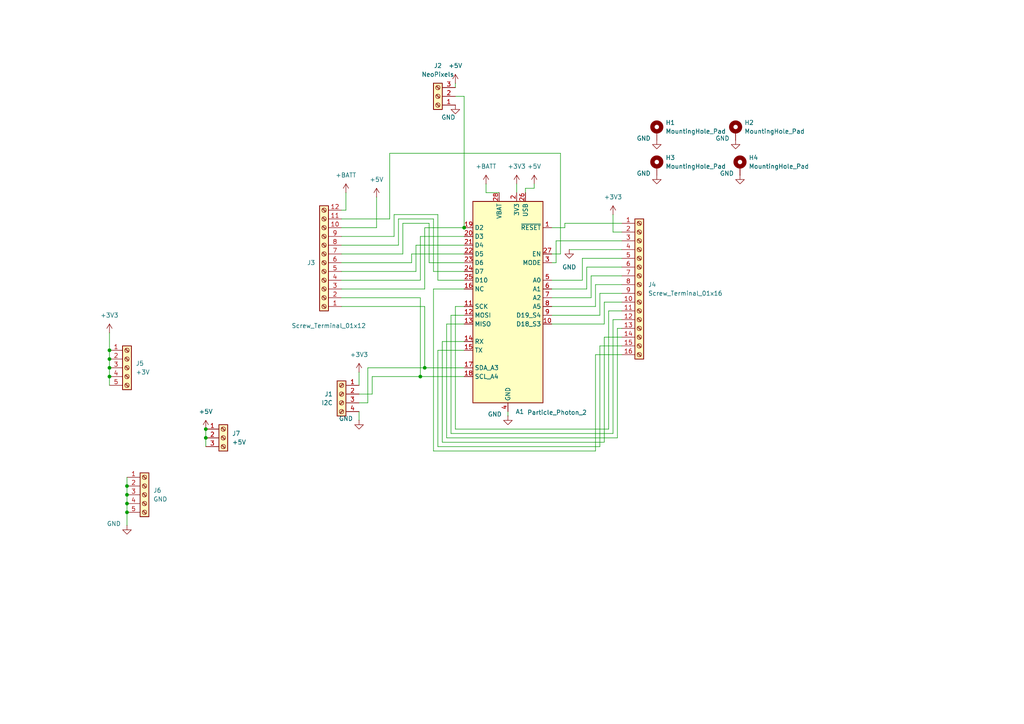
<source format=kicad_sch>
(kicad_sch (version 20231120) (generator "eeschema") (generator_version "8.0")
  (paper "A4")
  (lib_symbols
    (symbol "Connector:Screw_Terminal_01x03" (pin_names (offset 1.016) hide)
      (property "Reference" "J" (at 0 5.08 0))
      (property "Value" "Screw_Terminal_01x03" (at 0 -5.08 0))
      (symbol "Screw_Terminal_01x03_1_1"
        (rectangle (start -1.27 3.81) (end 1.27 -3.81) (stroke (width 0.254)) (fill (type background)))
        (circle (center 0 -2.54) (radius 0.635) (stroke (width 0.1524)))
        (polyline (pts (xy -0.5334 -2.2098) (xy 0.3302 -3.048)) (stroke (width 0.1524)))
        (polyline (pts (xy -0.5334 0.3302) (xy 0.3302 -0.508)) (stroke (width 0.1524)))
        (polyline (pts (xy -0.5334 2.8702) (xy 0.3302 2.032)) (stroke (width 0.1524)))
        (polyline (pts (xy -0.3556 -2.032) (xy 0.508 -2.8702)) (stroke (width 0.1524)))
        (polyline (pts (xy -0.3556 0.508) (xy 0.508 -0.3302)) (stroke (width 0.1524)))
        (polyline (pts (xy -0.3556 3.048) (xy 0.508 2.2098)) (stroke (width 0.1524)))
        (circle (center 0 0) (radius 0.635) (stroke (width 0.1524)))
        (circle (center 0 2.54) (radius 0.635) (stroke (width 0.1524)))
        (pin passive line (at -5.08 2.54 0) (length 3.81) (name "Pin_1") (number "1"))
        (pin passive line (at -5.08 0 0) (length 3.81) (name "Pin_2") (number "2"))
        (pin passive line (at -5.08 -2.54 0) (length 3.81) (name "Pin_3") (number "3"))
      )
    )
    (symbol "Connector:Screw_Terminal_01x04" (pin_names (offset 1.016) hide)
      (property "Reference" "J" (at 0 5.08 0))
      (property "Value" "Screw_Terminal_01x04" (at 0 -7.62 0))
      (symbol "Screw_Terminal_01x04_1_1"
        (rectangle (start -1.27 3.81) (end 1.27 -6.35) (stroke (width 0.254)) (fill (type background)))
        (circle (center 0 -5.08) (radius 0.635) (stroke (width 0.1524)))
        (circle (center 0 -2.54) (radius 0.635) (stroke (width 0.1524)))
        (polyline (pts (xy -0.5334 -4.7498) (xy 0.3302 -5.588)) (stroke (width 0.1524)))
        (polyline (pts (xy -0.5334 -2.2098) (xy 0.3302 -3.048)) (stroke (width 0.1524)))
        (polyline (pts (xy -0.5334 0.3302) (xy 0.3302 -0.508)) (stroke (width 0.1524)))
        (polyline (pts (xy -0.5334 2.8702) (xy 0.3302 2.032)) (stroke (width 0.1524)))
        (polyline (pts (xy -0.3556 -4.572) (xy 0.508 -5.4102)) (stroke (width 0.1524)))
        (polyline (pts (xy -0.3556 -2.032) (xy 0.508 -2.8702)) (stroke (width 0.1524)))
        (polyline (pts (xy -0.3556 0.508) (xy 0.508 -0.3302)) (stroke (width 0.1524)))
        (polyline (pts (xy -0.3556 3.048) (xy 0.508 2.2098)) (stroke (width 0.1524)))
        (circle (center 0 0) (radius 0.635) (stroke (width 0.1524)))
        (circle (center 0 2.54) (radius 0.635) (stroke (width 0.1524)))
        (pin passive line (at -5.08 2.54 0) (length 3.81) (name "Pin_1") (number "1"))
        (pin passive line (at -5.08 0 0) (length 3.81) (name "Pin_2") (number "2"))
        (pin passive line (at -5.08 -2.54 0) (length 3.81) (name "Pin_3") (number "3"))
        (pin passive line (at -5.08 -5.08 0) (length 3.81) (name "Pin_4") (number "4"))
      )
    )
    (symbol "Connector:Screw_Terminal_01x05" (pin_names (offset 1.016) hide)
      (property "Reference" "J" (at 0 7.62 0))
      (property "Value" "Screw_Terminal_01x05" (at 0 -7.62 0))
      (symbol "Screw_Terminal_01x05_1_1"
        (rectangle (start -1.27 6.35) (end 1.27 -6.35) (stroke (width 0.254)) (fill (type background)))
        (circle (center 0 -5.08) (radius 0.635) (stroke (width 0.1524)))
        (circle (center 0 -2.54) (radius 0.635) (stroke (width 0.1524)))
        (polyline (pts (xy -0.5334 -4.7498) (xy 0.3302 -5.588)) (stroke (width 0.1524)))
        (polyline (pts (xy -0.5334 -2.2098) (xy 0.3302 -3.048)) (stroke (width 0.1524)))
        (polyline (pts (xy -0.5334 0.3302) (xy 0.3302 -0.508)) (stroke (width 0.1524)))
        (polyline (pts (xy -0.5334 2.8702) (xy 0.3302 2.032)) (stroke (width 0.1524)))
        (polyline (pts (xy -0.5334 5.4102) (xy 0.3302 4.572)) (stroke (width 0.1524)))
        (polyline (pts (xy -0.3556 -4.572) (xy 0.508 -5.4102)) (stroke (width 0.1524)))
        (polyline (pts (xy -0.3556 -2.032) (xy 0.508 -2.8702)) (stroke (width 0.1524)))
        (polyline (pts (xy -0.3556 0.508) (xy 0.508 -0.3302)) (stroke (width 0.1524)))
        (polyline (pts (xy -0.3556 3.048) (xy 0.508 2.2098)) (stroke (width 0.1524)))
        (polyline (pts (xy -0.3556 5.588) (xy 0.508 4.7498)) (stroke (width 0.1524)))
        (circle (center 0 0) (radius 0.635) (stroke (width 0.1524)))
        (circle (center 0 2.54) (radius 0.635) (stroke (width 0.1524)))
        (circle (center 0 5.08) (radius 0.635) (stroke (width 0.1524)))
        (pin passive line (at -5.08 5.08 0) (length 3.81) (name "Pin_1") (number "1"))
        (pin passive line (at -5.08 2.54 0) (length 3.81) (name "Pin_2") (number "2"))
        (pin passive line (at -5.08 0 0) (length 3.81) (name "Pin_3") (number "3"))
        (pin passive line (at -5.08 -2.54 0) (length 3.81) (name "Pin_4") (number "4"))
        (pin passive line (at -5.08 -5.08 0) (length 3.81) (name "Pin_5") (number "5"))
      )
    )
    (symbol "Connector:Screw_Terminal_01x12" (pin_names (offset 1.016) hide)
      (property "Reference" "J" (at 0 15.24 0))
      (property "Value" "Screw_Terminal_01x12" (at 0 -17.78 0))
      (symbol "Screw_Terminal_01x12_1_1"
        (rectangle (start -1.27 13.97) (end 1.27 -16.51) (stroke (width 0.254)) (fill (type background)))
        (circle (center 0 -15.24) (radius 0.635) (stroke (width 0.1524)))
        (circle (center 0 -12.7) (radius 0.635) (stroke (width 0.1524)))
        (circle (center 0 -10.16) (radius 0.635) (stroke (width 0.1524)))
        (circle (center 0 -7.62) (radius 0.635) (stroke (width 0.1524)))
        (circle (center 0 -5.08) (radius 0.635) (stroke (width 0.1524)))
        (circle (center 0 -2.54) (radius 0.635) (stroke (width 0.1524)))
        (polyline (pts (xy -0.5334 -14.9098) (xy 0.3302 -15.748)) (stroke (width 0.1524)))
        (polyline (pts (xy -0.5334 -12.3698) (xy 0.3302 -13.208)) (stroke (width 0.1524)))
        (polyline (pts (xy -0.5334 -9.8298) (xy 0.3302 -10.668)) (stroke (width 0.1524)))
        (polyline (pts (xy -0.5334 -7.2898) (xy 0.3302 -8.128)) (stroke (width 0.1524)))
        (polyline (pts (xy -0.5334 -4.7498) (xy 0.3302 -5.588)) (stroke (width 0.1524)))
        (polyline (pts (xy -0.5334 -2.2098) (xy 0.3302 -3.048)) (stroke (width 0.1524)))
        (polyline (pts (xy -0.5334 0.3302) (xy 0.3302 -0.508)) (stroke (width 0.1524)))
        (polyline (pts (xy -0.5334 2.8702) (xy 0.3302 2.032)) (stroke (width 0.1524)))
        (polyline (pts (xy -0.5334 5.4102) (xy 0.3302 4.572)) (stroke (width 0.1524)))
        (polyline (pts (xy -0.5334 7.9502) (xy 0.3302 7.112)) (stroke (width 0.1524)))
        (polyline (pts (xy -0.5334 10.4902) (xy 0.3302 9.652)) (stroke (width 0.1524)))
        (polyline (pts (xy -0.5334 13.0302) (xy 0.3302 12.192)) (stroke (width 0.1524)))
        (polyline (pts (xy -0.3556 -14.732) (xy 0.508 -15.5702)) (stroke (width 0.1524)))
        (polyline (pts (xy -0.3556 -12.192) (xy 0.508 -13.0302)) (stroke (width 0.1524)))
        (polyline (pts (xy -0.3556 -9.652) (xy 0.508 -10.4902)) (stroke (width 0.1524)))
        (polyline (pts (xy -0.3556 -7.112) (xy 0.508 -7.9502)) (stroke (width 0.1524)))
        (polyline (pts (xy -0.3556 -4.572) (xy 0.508 -5.4102)) (stroke (width 0.1524)))
        (polyline (pts (xy -0.3556 -2.032) (xy 0.508 -2.8702)) (stroke (width 0.1524)))
        (polyline (pts (xy -0.3556 0.508) (xy 0.508 -0.3302)) (stroke (width 0.1524)))
        (polyline (pts (xy -0.3556 3.048) (xy 0.508 2.2098)) (stroke (width 0.1524)))
        (polyline (pts (xy -0.3556 5.588) (xy 0.508 4.7498)) (stroke (width 0.1524)))
        (polyline (pts (xy -0.3556 8.128) (xy 0.508 7.2898)) (stroke (width 0.1524)))
        (polyline (pts (xy -0.3556 10.668) (xy 0.508 9.8298)) (stroke (width 0.1524)))
        (polyline (pts (xy -0.3556 13.208) (xy 0.508 12.3698)) (stroke (width 0.1524)))
        (circle (center 0 0) (radius 0.635) (stroke (width 0.1524)))
        (circle (center 0 2.54) (radius 0.635) (stroke (width 0.1524)))
        (circle (center 0 5.08) (radius 0.635) (stroke (width 0.1524)))
        (circle (center 0 7.62) (radius 0.635) (stroke (width 0.1524)))
        (circle (center 0 10.16) (radius 0.635) (stroke (width 0.1524)))
        (circle (center 0 12.7) (radius 0.635) (stroke (width 0.1524)))
        (pin passive line (at -5.08 12.7 0) (length 3.81) (name "Pin_1") (number "1"))
        (pin passive line (at -5.08 -10.16 0) (length 3.81) (name "Pin_10") (number "10"))
        (pin passive line (at -5.08 -12.7 0) (length 3.81) (name "Pin_11") (number "11"))
        (pin passive line (at -5.08 -15.24 0) (length 3.81) (name "Pin_12") (number "12"))
        (pin passive line (at -5.08 10.16 0) (length 3.81) (name "Pin_2") (number "2"))
        (pin passive line (at -5.08 7.62 0) (length 3.81) (name "Pin_3") (number "3"))
        (pin passive line (at -5.08 5.08 0) (length 3.81) (name "Pin_4") (number "4"))
        (pin passive line (at -5.08 2.54 0) (length 3.81) (name "Pin_5") (number "5"))
        (pin passive line (at -5.08 0 0) (length 3.81) (name "Pin_6") (number "6"))
        (pin passive line (at -5.08 -2.54 0) (length 3.81) (name "Pin_7") (number "7"))
        (pin passive line (at -5.08 -5.08 0) (length 3.81) (name "Pin_8") (number "8"))
        (pin passive line (at -5.08 -7.62 0) (length 3.81) (name "Pin_9") (number "9"))
      )
    )
    (symbol "Connector:Screw_Terminal_01x16" (pin_names (offset 1.016) hide)
      (property "Reference" "J" (at 0 20.32 0))
      (property "Value" "Screw_Terminal_01x16" (at 0 -22.86 0))
      (symbol "Screw_Terminal_01x16_1_1"
        (rectangle (start -1.27 19.05) (end 1.27 -21.59) (stroke (width 0.254)) (fill (type background)))
        (circle (center 0 -20.32) (radius 0.635) (stroke (width 0.1524)))
        (circle (center 0 -17.78) (radius 0.635) (stroke (width 0.1524)))
        (circle (center 0 -15.24) (radius 0.635) (stroke (width 0.1524)))
        (circle (center 0 -12.7) (radius 0.635) (stroke (width 0.1524)))
        (circle (center 0 -10.16) (radius 0.635) (stroke (width 0.1524)))
        (circle (center 0 -7.62) (radius 0.635) (stroke (width 0.1524)))
        (circle (center 0 -5.08) (radius 0.635) (stroke (width 0.1524)))
        (circle (center 0 -2.54) (radius 0.635) (stroke (width 0.1524)))
        (polyline (pts (xy -0.5334 -19.9898) (xy 0.3302 -20.828)) (stroke (width 0.1524)))
        (polyline (pts (xy -0.5334 -17.4498) (xy 0.3302 -18.288)) (stroke (width 0.1524)))
        (polyline (pts (xy -0.5334 -14.9098) (xy 0.3302 -15.748)) (stroke (width 0.1524)))
        (polyline (pts (xy -0.5334 -12.3698) (xy 0.3302 -13.208)) (stroke (width 0.1524)))
        (polyline (pts (xy -0.5334 -9.8298) (xy 0.3302 -10.668)) (stroke (width 0.1524)))
        (polyline (pts (xy -0.5334 -7.2898) (xy 0.3302 -8.128)) (stroke (width 0.1524)))
        (polyline (pts (xy -0.5334 -4.7498) (xy 0.3302 -5.588)) (stroke (width 0.1524)))
        (polyline (pts (xy -0.5334 -2.2098) (xy 0.3302 -3.048)) (stroke (width 0.1524)))
        (polyline (pts (xy -0.5334 0.3302) (xy 0.3302 -0.508)) (stroke (width 0.1524)))
        (polyline (pts (xy -0.5334 2.8702) (xy 0.3302 2.032)) (stroke (width 0.1524)))
        (polyline (pts (xy -0.5334 5.4102) (xy 0.3302 4.572)) (stroke (width 0.1524)))
        (polyline (pts (xy -0.5334 7.9502) (xy 0.3302 7.112)) (stroke (width 0.1524)))
        (polyline (pts (xy -0.5334 10.4902) (xy 0.3302 9.652)) (stroke (width 0.1524)))
        (polyline (pts (xy -0.5334 13.0302) (xy 0.3302 12.192)) (stroke (width 0.1524)))
        (polyline (pts (xy -0.5334 15.5702) (xy 0.3302 14.732)) (stroke (width 0.1524)))
        (polyline (pts (xy -0.5334 18.1102) (xy 0.3302 17.272)) (stroke (width 0.1524)))
        (polyline (pts (xy -0.3556 -19.812) (xy 0.508 -20.6502)) (stroke (width 0.1524)))
        (polyline (pts (xy -0.3556 -17.272) (xy 0.508 -18.1102)) (stroke (width 0.1524)))
        (polyline (pts (xy -0.3556 -14.732) (xy 0.508 -15.5702)) (stroke (width 0.1524)))
        (polyline (pts (xy -0.3556 -12.192) (xy 0.508 -13.0302)) (stroke (width 0.1524)))
        (polyline (pts (xy -0.3556 -9.652) (xy 0.508 -10.4902)) (stroke (width 0.1524)))
        (polyline (pts (xy -0.3556 -7.112) (xy 0.508 -7.9502)) (stroke (width 0.1524)))
        (polyline (pts (xy -0.3556 -4.572) (xy 0.508 -5.4102)) (stroke (width 0.1524)))
        (polyline (pts (xy -0.3556 -2.032) (xy 0.508 -2.8702)) (stroke (width 0.1524)))
        (polyline (pts (xy -0.3556 0.508) (xy 0.508 -0.3302)) (stroke (width 0.1524)))
        (polyline (pts (xy -0.3556 3.048) (xy 0.508 2.2098)) (stroke (width 0.1524)))
        (polyline (pts (xy -0.3556 5.588) (xy 0.508 4.7498)) (stroke (width 0.1524)))
        (polyline (pts (xy -0.3556 8.128) (xy 0.508 7.2898)) (stroke (width 0.1524)))
        (polyline (pts (xy -0.3556 10.668) (xy 0.508 9.8298)) (stroke (width 0.1524)))
        (polyline (pts (xy -0.3556 13.208) (xy 0.508 12.3698)) (stroke (width 0.1524)))
        (polyline (pts (xy -0.3556 15.748) (xy 0.508 14.9098)) (stroke (width 0.1524)))
        (polyline (pts (xy -0.3556 18.288) (xy 0.508 17.4498)) (stroke (width 0.1524)))
        (circle (center 0 0) (radius 0.635) (stroke (width 0.1524)))
        (circle (center 0 2.54) (radius 0.635) (stroke (width 0.1524)))
        (circle (center 0 5.08) (radius 0.635) (stroke (width 0.1524)))
        (circle (center 0 7.62) (radius 0.635) (stroke (width 0.1524)))
        (circle (center 0 10.16) (radius 0.635) (stroke (width 0.1524)))
        (circle (center 0 12.7) (radius 0.635) (stroke (width 0.1524)))
        (circle (center 0 15.24) (radius 0.635) (stroke (width 0.1524)))
        (circle (center 0 17.78) (radius 0.635) (stroke (width 0.1524)))
        (pin passive line (at -5.08 17.78 0) (length 3.81) (name "Pin_1") (number "1"))
        (pin passive line (at -5.08 -5.08 0) (length 3.81) (name "Pin_10") (number "10"))
        (pin passive line (at -5.08 -7.62 0) (length 3.81) (name "Pin_11") (number "11"))
        (pin passive line (at -5.08 -10.16 0) (length 3.81) (name "Pin_12") (number "12"))
        (pin passive line (at -5.08 -12.7 0) (length 3.81) (name "Pin_13") (number "13"))
        (pin passive line (at -5.08 -15.24 0) (length 3.81) (name "Pin_14") (number "14"))
        (pin passive line (at -5.08 -17.78 0) (length 3.81) (name "Pin_15") (number "15"))
        (pin passive line (at -5.08 -20.32 0) (length 3.81) (name "Pin_16") (number "16"))
        (pin passive line (at -5.08 15.24 0) (length 3.81) (name "Pin_2") (number "2"))
        (pin passive line (at -5.08 12.7 0) (length 3.81) (name "Pin_3") (number "3"))
        (pin passive line (at -5.08 10.16 0) (length 3.81) (name "Pin_4") (number "4"))
        (pin passive line (at -5.08 7.62 0) (length 3.81) (name "Pin_5") (number "5"))
        (pin passive line (at -5.08 5.08 0) (length 3.81) (name "Pin_6") (number "6"))
        (pin passive line (at -5.08 2.54 0) (length 3.81) (name "Pin_7") (number "7"))
        (pin passive line (at -5.08 0 0) (length 3.81) (name "Pin_8") (number "8"))
        (pin passive line (at -5.08 -2.54 0) (length 3.81) (name "Pin_9") (number "9"))
      )
    )
    (symbol "Mechanical:MountingHole_Pad" (pin_numbers hide) (pin_names (offset 1.016) hide) (exclude_from_sim yes) (in_bom no)
      (property "Reference" "H" (at 0 6.35 0))
      (property "Value" "MountingHole_Pad" (at 0 4.445 0))
      (symbol "MountingHole_Pad_0_1"
        (circle (center 0 1.27) (radius 1.27) (stroke (width 1.27)))
      )
      (symbol "MountingHole_Pad_1_1"
        (pin input line (at 0 -2.54 90) (length 2.54) (name "1") (number "1"))
      )
    )
    (symbol "ParticlePhoton2:Photon_2"
      (property "Reference" "A" (at -10.16 29.21 0))
      (property "Value" "Particle_Photon_2" (at 2.54 -31.75 0))
      (symbol "Photon_2_0_1"
        (rectangle (start -10.16 27.94) (end 10.16 -30.48) (stroke (width 0.254)) (fill (type background)))
      )
      (symbol "Photon_2_1_1"
        (pin input line (at 12.7 20.32 180) (length 2.54) (name "~{RESET}") (number "1"))
        (pin bidirectional line (at 12.7 -7.62 180) (length 2.54) (name "D18_S3") (number "10"))
        (pin bidirectional line (at -12.7 -2.54 0) (length 2.54) (name "SCK") (number "11"))
        (pin bidirectional line (at -12.7 -5.08 0) (length 2.54) (name "MOSI") (number "12"))
        (pin bidirectional line (at -12.7 -7.62 0) (length 2.54) (name "MISO") (number "13"))
        (pin bidirectional line (at -12.7 -12.7 0) (length 2.54) (name "RX") (number "14"))
        (pin bidirectional line (at -12.7 -15.24 0) (length 2.54) (name "TX") (number "15"))
        (pin bidirectional line (at -12.7 2.54 0) (length 2.54) (name "NC") (number "16"))
        (pin bidirectional line (at -12.7 -20.32 0) (length 2.54) (name "SDA_A3") (number "17"))
        (pin bidirectional line (at -12.7 -22.86 0) (length 2.54) (name "SCL_A4") (number "18"))
        (pin bidirectional line (at -12.7 20.32 0) (length 2.54) (name "D2") (number "19"))
        (pin power_in line (at 2.54 30.48 270) (length 2.54) (name "3V3") (number "2"))
        (pin bidirectional line (at -12.7 17.78 0) (length 2.54) (name "D3") (number "20"))
        (pin bidirectional line (at -12.7 15.24 0) (length 2.54) (name "D4") (number "21"))
        (pin bidirectional line (at -12.7 12.7 0) (length 2.54) (name "D5") (number "22"))
        (pin bidirectional line (at -12.7 10.16 0) (length 2.54) (name "D6") (number "23"))
        (pin bidirectional line (at -12.7 7.62 0) (length 2.54) (name "D7") (number "24"))
        (pin bidirectional line (at -12.7 5.08 0) (length 2.54) (name "D10") (number "25"))
        (pin power_in line (at 5.08 30.48 270) (length 2.54) (name "USB") (number "26"))
        (pin input line (at 12.7 12.7 180) (length 2.54) (name "EN") (number "27"))
        (pin power_in line (at -2.54 30.48 270) (length 2.54) (name "VBAT") (number "28"))
        (pin input line (at 12.7 10.16 180) (length 2.54) (name "MODE") (number "3"))
        (pin power_in line (at 0 -33.02 90) (length 2.54) (name "GND") (number "4"))
        (pin bidirectional line (at 12.7 5.08 180) (length 2.54) (name "A0") (number "5"))
        (pin bidirectional line (at 12.7 2.54 180) (length 2.54) (name "A1") (number "6"))
        (pin bidirectional line (at 12.7 0 180) (length 2.54) (name "A2") (number "7"))
        (pin bidirectional line (at 12.7 -2.54 180) (length 2.54) (name "A5") (number "8"))
        (pin bidirectional line (at 12.7 -5.08 180) (length 2.54) (name "D19_S4") (number "9"))
      )
    )
    (symbol "power:+3V3" (power) (pin_numbers hide) (pin_names (offset 0) hide)
      (property "Value" "+3V3" (at 0 3.556 0))
      (symbol "+3V3_0_1"
        (polyline (pts (xy -0.762 1.27) (xy 0 2.54)))
        (polyline (pts (xy 0 0) (xy 0 2.54)))
        (polyline (pts (xy 0 2.54) (xy 0.762 1.27)))
      )
      (symbol "+3V3_1_1"
        (pin power_in line (at 0 0 90) (length 0) (name "~") (number "1"))
      )
    )
    (symbol "power:+5V" (power) (pin_numbers hide) (pin_names (offset 0) hide)
      (property "Value" "+5V" (at 0 3.556 0))
      (symbol "+5V_0_1"
        (polyline (pts (xy -0.762 1.27) (xy 0 2.54)))
        (polyline (pts (xy 0 0) (xy 0 2.54)))
        (polyline (pts (xy 0 2.54) (xy 0.762 1.27)))
      )
      (symbol "+5V_1_1"
        (pin power_in line (at 0 0 90) (length 0) (name "~") (number "1"))
      )
    )
    (symbol "power:+BATT" (power) (pin_numbers hide) (pin_names (offset 0) hide)
      (property "Value" "+BATT" (at 0 3.556 0))
      (symbol "+BATT_0_1"
        (polyline (pts (xy -0.762 1.27) (xy 0 2.54)))
        (polyline (pts (xy 0 0) (xy 0 2.54)))
        (polyline (pts (xy 0 2.54) (xy 0.762 1.27)))
      )
      (symbol "+BATT_1_1"
        (pin power_in line (at 0 0 90) (length 0) (name "~") (number "1"))
      )
    )
    (symbol "power:GND" (power) (pin_numbers hide) (pin_names (offset 0) hide)
      (property "Value" "GND" (at 0 -3.81 0))
      (symbol "GND_0_1"
        (polyline (pts (xy 0 0) (xy 0 -1.27) (xy 1.27 -1.27) (xy 0 -2.54) (xy -1.27 -1.27) (xy 0 -1.27)))
      )
      (symbol "GND_1_1"
        (pin power_in line (at 0 0 270) (length 0) (name "~") (number "1"))
      )
    )
  )
  (junction (at 36.83 148.59))
  (junction (at 31.75 104.14))
  (junction (at 134.62 66.04))
  (junction (at 121.92 109.22))
  (junction (at 31.75 109.22))
  (junction (at 59.69 124.46))
  (junction (at 59.69 127))
  (junction (at 31.75 101.6))
  (junction (at 31.75 106.68))
  (junction (at 36.83 146.05))
  (junction (at 123.19 106.68))
  (junction (at 36.83 140.97))
  (junction (at 36.83 143.51))
  (wire (pts (xy 173.99 91.44) (xy 173.99 85.09)))
  (wire (pts (xy 179.07 95.25) (xy 180.34 95.25)))
  (wire (pts (xy 177.8 67.31) (xy 177.8 62.23)))
  (wire (pts (xy 113.03 63.5) (xy 99.06 63.5)))
  (wire (pts (xy 123.19 66.04) (xy 123.19 83.82)))
  (wire (pts (xy 171.45 80.01) (xy 180.34 80.01)))
  (wire (pts (xy 134.62 101.6) (xy 127 101.6)))
  (wire (pts (xy 115.57 63.5) (xy 115.57 71.12)))
  (wire (pts (xy 129.54 127) (xy 179.07 127)))
  (wire (pts (xy 107.95 114.3) (xy 104.14 114.3)))
  (wire (pts (xy 173.99 100.33) (xy 180.34 100.33)))
  (wire (pts (xy 59.69 127) (xy 59.69 129.54)))
  (wire (pts (xy 134.62 91.44) (xy 130.81 91.44)))
  (wire (pts (xy 114.3 68.58) (xy 99.06 68.58)))
  (wire (pts (xy 119.38 76.2) (xy 99.06 76.2)))
  (wire (pts (xy 130.81 91.44) (xy 130.81 125.73)))
  (wire (pts (xy 134.62 93.98) (xy 129.54 93.98)))
  (wire (pts (xy 134.62 81.28) (xy 127 81.28)))
  (wire (pts (xy 121.92 86.36) (xy 99.06 86.36)))
  (wire (pts (xy 177.8 92.71) (xy 180.34 92.71)))
  (wire (pts (xy 31.75 106.68) (xy 31.75 109.22)))
  (wire (pts (xy 100.33 60.96) (xy 100.33 55.88)))
  (wire (pts (xy 172.72 88.9) (xy 172.72 82.55)))
  (wire (pts (xy 99.06 71.12) (xy 115.57 71.12)))
  (wire (pts (xy 175.26 128.27) (xy 175.26 97.79)))
  (wire (pts (xy 160.02 91.44) (xy 173.99 91.44)))
  (wire (pts (xy 36.83 148.59) (xy 36.83 152.4)))
  (wire (pts (xy 99.06 81.28) (xy 121.92 81.28)))
  (wire (pts (xy 172.72 130.81) (xy 172.72 102.87)))
  (wire (pts (xy 172.72 102.87) (xy 180.34 102.87)))
  (wire (pts (xy 128.27 128.27) (xy 175.26 128.27)))
  (wire (pts (xy 170.18 77.47) (xy 180.34 77.47)))
  (wire (pts (xy 31.75 104.14) (xy 31.75 106.68)))
  (wire (pts (xy 170.18 83.82) (xy 170.18 77.47)))
  (wire (pts (xy 162.56 73.66) (xy 160.02 73.66)))
  (wire (pts (xy 124.46 76.2) (xy 124.46 64.77)))
  (wire (pts (xy 107.95 109.22) (xy 107.95 114.3)))
  (wire (pts (xy 134.62 109.22) (xy 121.92 109.22)))
  (wire (pts (xy 160.02 88.9) (xy 172.72 88.9)))
  (wire (pts (xy 134.62 106.68) (xy 123.19 106.68)))
  (wire (pts (xy 132.08 88.9) (xy 132.08 124.46)))
  (wire (pts (xy 59.69 124.46) (xy 59.69 127)))
  (wire (pts (xy 113.03 44.45) (xy 162.56 44.45)))
  (wire (pts (xy 134.62 78.74) (xy 125.73 78.74)))
  (wire (pts (xy 168.91 74.93) (xy 180.34 74.93)))
  (wire (pts (xy 109.22 66.04) (xy 109.22 57.15)))
  (wire (pts (xy 160.02 83.82) (xy 170.18 83.82)))
  (wire (pts (xy 147.32 119.38) (xy 147.32 120.65)))
  (wire (pts (xy 132.08 25.4) (xy 132.08 24.13)))
  (wire (pts (xy 144.78 55.88) (xy 140.97 55.88)))
  (wire (pts (xy 134.62 66.04) (xy 123.19 66.04)))
  (wire (pts (xy 123.19 83.82) (xy 99.06 83.82)))
  (wire (pts (xy 99.06 66.04) (xy 109.22 66.04)))
  (wire (pts (xy 106.68 116.84) (xy 104.14 116.84)))
  (wire (pts (xy 104.14 119.38) (xy 104.14 121.92)))
  (wire (pts (xy 180.34 67.31) (xy 177.8 67.31)))
  (wire (pts (xy 134.62 73.66) (xy 119.38 73.66)))
  (wire (pts (xy 134.62 76.2) (xy 124.46 76.2)))
  (wire (pts (xy 120.65 71.12) (xy 120.65 78.74)))
  (wire (pts (xy 134.62 27.94) (xy 134.62 66.04)))
  (wire (pts (xy 163.83 64.77) (xy 180.34 64.77)))
  (wire (pts (xy 163.83 66.04) (xy 163.83 64.77)))
  (wire (pts (xy 107.95 109.22) (xy 121.92 109.22)))
  (wire (pts (xy 162.56 44.45) (xy 162.56 73.66)))
  (wire (pts (xy 31.75 109.22) (xy 31.75 111.76)))
  (wire (pts (xy 106.68 106.68) (xy 123.19 106.68)))
  (wire (pts (xy 160.02 86.36) (xy 171.45 86.36)))
  (wire (pts (xy 132.08 124.46) (xy 176.53 124.46)))
  (wire (pts (xy 165.1 72.39) (xy 180.34 72.39)))
  (wire (pts (xy 125.73 130.81) (xy 172.72 130.81)))
  (wire (pts (xy 175.26 97.79) (xy 180.34 97.79)))
  (wire (pts (xy 168.91 81.28) (xy 168.91 74.93)))
  (wire (pts (xy 171.45 86.36) (xy 171.45 80.01)))
  (wire (pts (xy 134.62 83.82) (xy 125.73 83.82)))
  (wire (pts (xy 129.54 93.98) (xy 129.54 127)))
  (wire (pts (xy 134.62 99.06) (xy 128.27 99.06)))
  (wire (pts (xy 127 62.23) (xy 114.3 62.23)))
  (wire (pts (xy 173.99 129.54) (xy 173.99 100.33)))
  (wire (pts (xy 116.84 73.66) (xy 99.06 73.66)))
  (wire (pts (xy 173.99 85.09) (xy 180.34 85.09)))
  (wire (pts (xy 123.19 106.68) (xy 123.19 88.9)))
  (wire (pts (xy 124.46 64.77) (xy 116.84 64.77)))
  (wire (pts (xy 161.29 76.2) (xy 161.29 69.85)))
  (wire (pts (xy 172.72 82.55) (xy 180.34 82.55)))
  (wire (pts (xy 134.62 88.9) (xy 132.08 88.9)))
  (wire (pts (xy 149.86 53.34) (xy 149.86 55.88)))
  (wire (pts (xy 177.8 125.73) (xy 177.8 92.71)))
  (wire (pts (xy 119.38 73.66) (xy 119.38 76.2)))
  (wire (pts (xy 160.02 76.2) (xy 161.29 76.2)))
  (wire (pts (xy 36.83 143.51) (xy 36.83 146.05)))
  (wire (pts (xy 113.03 44.45) (xy 113.03 63.5)))
  (wire (pts (xy 127 129.54) (xy 173.99 129.54)))
  (wire (pts (xy 116.84 64.77) (xy 116.84 73.66)))
  (wire (pts (xy 125.73 78.74) (xy 125.73 63.5)))
  (wire (pts (xy 114.3 62.23) (xy 114.3 68.58)))
  (wire (pts (xy 160.02 81.28) (xy 168.91 81.28)))
  (wire (pts (xy 154.94 53.34) (xy 154.94 54.61)))
  (wire (pts (xy 175.26 87.63) (xy 180.34 87.63)))
  (wire (pts (xy 125.73 83.82) (xy 125.73 130.81)))
  (wire (pts (xy 161.29 69.85) (xy 180.34 69.85)))
  (wire (pts (xy 130.81 125.73) (xy 177.8 125.73)))
  (wire (pts (xy 36.83 146.05) (xy 36.83 148.59)))
  (wire (pts (xy 160.02 66.04) (xy 163.83 66.04)))
  (wire (pts (xy 140.97 53.34) (xy 140.97 55.88)))
  (wire (pts (xy 160.02 93.98) (xy 175.26 93.98)))
  (wire (pts (xy 176.53 90.17) (xy 180.34 90.17)))
  (wire (pts (xy 36.83 138.43) (xy 36.83 140.97)))
  (wire (pts (xy 99.06 78.74) (xy 120.65 78.74)))
  (wire (pts (xy 175.26 93.98) (xy 175.26 87.63)))
  (wire (pts (xy 31.75 101.6) (xy 31.75 104.14)))
  (wire (pts (xy 152.4 54.61) (xy 152.4 55.88)))
  (wire (pts (xy 125.73 63.5) (xy 115.57 63.5)))
  (wire (pts (xy 99.06 60.96) (xy 100.33 60.96)))
  (wire (pts (xy 128.27 99.06) (xy 128.27 128.27)))
  (wire (pts (xy 104.14 107.95) (xy 104.14 111.76)))
  (wire (pts (xy 127 101.6) (xy 127 129.54)))
  (wire (pts (xy 134.62 71.12) (xy 120.65 71.12)))
  (wire (pts (xy 154.94 54.61) (xy 152.4 54.61)))
  (wire (pts (xy 31.75 96.52) (xy 31.75 101.6)))
  (wire (pts (xy 134.62 27.94) (xy 132.08 27.94)))
  (wire (pts (xy 121.92 68.58) (xy 121.92 81.28)))
  (wire (pts (xy 134.62 68.58) (xy 121.92 68.58)))
  (wire (pts (xy 106.68 106.68) (xy 106.68 116.84)))
  (wire (pts (xy 179.07 95.25) (xy 179.07 127)))
  (wire (pts (xy 123.19 88.9) (xy 99.06 88.9)))
  (wire (pts (xy 127 81.28) (xy 127 62.23)))
  (wire (pts (xy 36.83 140.97) (xy 36.83 143.51)))
  (wire (pts (xy 176.53 90.17) (xy 176.53 124.46)))
  (wire (pts (xy 121.92 109.22) (xy 121.92 86.36)))
  (symbol (lib_id "Mechanical:MountingHole_Pad") (at 190.5 48.26 0) (unit 1) (exclude_from_sim yes) (in_bom no)
    (property "Reference" "H3" (at 193.04 45.7199 0) (effects (justify left)))
    (property "Value" "MountingHole_Pad" (at 193.04 48.2599 0) (effects (justify left)))
    (property "Footprint" "MountingHole:MountingHole_3.7mm_Pad_Via" (effects (hide yes)))
    (property "Description" "Mounting Hole with connection" (effects (hide yes)))
  )
  (symbol (lib_id "power:GND") (at 190.5 50.8 0) (unit 1)
    (property "Reference" "#PWR016" (effects (hide yes)))
    (property "Value" "GND" (at 186.69 50.292 0))
    (property "Description" "Power symbol creates a global label with name \"GND\" , ground" (effects (hide yes)))
  )
  (symbol (lib_id "power:GND") (at 190.5 40.64 0) (unit 1)
    (property "Reference" "#PWR017" (effects (hide yes)))
    (property "Value" "GND" (at 186.69 40.132 0))
    (property "Description" "Power symbol creates a global label with name \"GND\" , ground" (effects (hide yes)))
  )
  (symbol (lib_id "power:GND") (at 214.63 50.8 0) (unit 1)
    (property "Reference" "#PWR015" (effects (hide yes)))
    (property "Value" "GND" (at 210.82 50.292 0))
    (property "Description" "Power symbol creates a global label with name \"GND\" , ground" (effects (hide yes)))
  )
  (symbol (lib_id "power:GND") (at 132.08 30.48 0) (unit 1)
    (property "Reference" "#PWR012" (effects (hide yes)))
    (property "Value" "GND" (at 130.048 34.036 0))
    (property "Description" "Power symbol creates a global label with name \"GND\" , ground" (effects (hide yes)))
  )
  (symbol (lib_id "power:+3V3") (at 149.86 53.34 0) (unit 1)
    (property "Reference" "#PWR03" (effects (hide yes)))
    (property "Value" "+3V3" (at 149.86 48.26 0))
    (property "Description" "Power symbol creates a global label with name \"+3V3\"" (effects (hide yes)))
  )
  (symbol (lib_id "power:+5V") (at 59.69 124.46 0) (unit 1)
    (property "Reference" "#PWR019" (effects (hide yes)))
    (property "Value" "+5V" (at 59.69 119.38 0))
    (property "Description" "Power symbol creates a global label with name \"+5V\"" (effects (hide yes)))
  )
  (symbol (lib_id "power:GND") (at 36.83 152.4 0) (unit 1)
    (property "Reference" "#PWR010" (effects (hide yes)))
    (property "Value" "GND" (at 33.02 151.892 0))
    (property "Description" "Power symbol creates a global label with name \"GND\" , ground" (effects (hide yes)))
  )
  (symbol (lib_id "Mechanical:MountingHole_Pad") (at 213.36 38.1 0) (unit 1) (exclude_from_sim yes) (in_bom no)
    (property "Reference" "H2" (at 215.9 35.5599 0) (effects (justify left)))
    (property "Value" "MountingHole_Pad" (at 215.9 38.0999 0) (effects (justify left)))
    (property "Footprint" "MountingHole:MountingHole_3.7mm_Pad_Via" (effects (hide yes)))
    (property "Description" "Mounting Hole with connection" (effects (hide yes)))
  )
  (symbol (lib_id "Connector:Screw_Terminal_01x12") (at 93.98 76.2 180) (unit 1)
    (property "Reference" "J3" (at 91.44 76.2001 0) (effects (justify left)))
    (property "Value" "Screw_Terminal_01x12" (at 106.172 94.488 0) (effects (justify left)))
    (property "Footprint" "TerminalBlock_Phoenix:TerminalBlock_Phoenix_MPT-0,5-12-2.54_1x12_P2.54mm_Horizontal" (effects (hide yes)))
    (property "Description" "Generic screw terminal, single row, 01x12, script generated (kicad-library-utils/schlib/autogen/connector/)" (effects (hide yes)))
  )
  (symbol (lib_id "Connector:Screw_Terminal_01x03") (at 64.77 127 0) (unit 1)
    (property "Reference" "J7" (at 67.31 125.7299 0) (effects (justify left)))
    (property "Value" "+5V" (at 67.31 128.2699 0) (effects (justify left)))
    (property "Footprint" "TerminalBlock_Phoenix:TerminalBlock_Phoenix_MPT-0,5-3-2.54_1x03_P2.54mm_Horizontal" (effects (hide yes)))
    (property "Description" "Generic screw terminal, single row, 01x03, script generated (kicad-library-utils/schlib/autogen/connector/)" (effects (hide yes)))
  )
  (symbol (lib_id "power:+BATT") (at 140.97 53.34 0) (unit 1)
    (property "Reference" "#PWR06" (effects (hide yes)))
    (property "Value" "+BATT" (at 140.97 48.26 0))
    (property "Description" "Power symbol creates a global label with name \"+BATT\"" (effects (hide yes)))
  )
  (symbol (lib_id "power:+5V") (at 154.94 53.34 0) (unit 1)
    (property "Reference" "#PWR04" (effects (hide yes)))
    (property "Value" "+5V" (at 154.94 48.26 0))
    (property "Description" "Power symbol creates a global label with name \"+5V\"" (effects (hide yes)))
  )
  (symbol (lib_id "power:+3V3") (at 104.14 107.95 0) (unit 1)
    (property "Reference" "#PWR014" (effects (hide yes)))
    (property "Value" "+3V3" (at 104.14 102.87 0))
    (property "Description" "Power symbol creates a global label with name \"+3V3\"" (effects (hide yes)))
  )
  (symbol (lib_id "power:+BATT") (at 100.33 55.88 0) (unit 1)
    (property "Reference" "#PWR07" (effects (hide yes)))
    (property "Value" "+BATT" (at 100.33 50.8 0))
    (property "Description" "Power symbol creates a global label with name \"+BATT\"" (effects (hide yes)))
  )
  (symbol (lib_id "power:GND") (at 104.14 121.92 0) (unit 1)
    (property "Reference" "#PWR013" (effects (hide yes)))
    (property "Value" "GND" (at 100.33 121.412 0))
    (property "Description" "Power symbol creates a global label with name \"GND\" , ground" (effects (hide yes)))
  )
  (symbol (lib_id "power:+5V") (at 109.22 57.15 0) (unit 1)
    (property "Reference" "#PWR08" (effects (hide yes)))
    (property "Value" "+5V" (at 109.22 52.07 0))
    (property "Description" "Power symbol creates a global label with name \"+5V\"" (effects (hide yes)))
  )
  (symbol (lib_id "power:GND") (at 147.32 120.65 0) (unit 1)
    (property "Reference" "#PWR01" (effects (hide yes)))
    (property "Value" "GND" (at 143.51 120.142 0))
    (property "Description" "Power symbol creates a global label with name \"GND\" , ground" (effects (hide yes)))
  )
  (symbol (lib_id "Connector:Screw_Terminal_01x05") (at 36.83 106.68 0) (unit 1)
    (property "Reference" "J5" (at 39.37 105.4099 0) (effects (justify left)))
    (property "Value" "+3V" (at 39.37 107.9499 0) (effects (justify left)))
    (property "Footprint" "TerminalBlock_Phoenix:TerminalBlock_Phoenix_MPT-0,5-5-2.54_1x05_P2.54mm_Horizontal" (effects (hide yes)))
    (property "Description" "Generic screw terminal, single row, 01x05, script generated (kicad-library-utils/schlib/autogen/connector/)" (effects (hide yes)))
  )
  (symbol (lib_id "Connector:Screw_Terminal_01x05") (at 41.91 143.51 0) (unit 1)
    (property "Reference" "J6" (at 44.45 142.2399 0) (effects (justify left)))
    (property "Value" "GND" (at 44.45 144.7799 0) (effects (justify left)))
    (property "Footprint" "TerminalBlock_Phoenix:TerminalBlock_Phoenix_MPT-0,5-5-2.54_1x05_P2.54mm_Horizontal" (effects (hide yes)))
    (property "Description" "Generic screw terminal, single row, 01x05, script generated (kicad-library-utils/schlib/autogen/connector/)" (effects (hide yes)))
  )
  (symbol (lib_id "power:+3V3") (at 177.8 62.23 0) (unit 1)
    (property "Reference" "#PWR05" (effects (hide yes)))
    (property "Value" "+3V3" (at 177.8 57.15 0))
    (property "Description" "Power symbol creates a global label with name \"+3V3\"" (effects (hide yes)))
  )
  (symbol (lib_id "power:GND") (at 213.36 40.64 0) (unit 1)
    (property "Reference" "#PWR018" (effects (hide yes)))
    (property "Value" "GND" (at 209.55 40.132 0))
    (property "Description" "Power symbol creates a global label with name \"GND\" , ground" (effects (hide yes)))
  )
  (symbol (lib_id "Mechanical:MountingHole_Pad") (at 190.5 38.1 0) (unit 1) (exclude_from_sim yes) (in_bom no)
    (property "Reference" "H1" (at 193.04 35.5599 0) (effects (justify left)))
    (property "Value" "MountingHole_Pad" (at 193.04 38.0999 0) (effects (justify left)))
    (property "Footprint" "MountingHole:MountingHole_3.7mm_Pad_Via" (effects (hide yes)))
    (property "Description" "Mounting Hole with connection" (effects (hide yes)))
  )
  (symbol (lib_id "Connector:Screw_Terminal_01x04") (at 99.06 114.3 0) (mirror y) (unit 1)
    (property "Reference" "J1" (at 96.52 114.2999 0) (effects (justify left)))
    (property "Value" "I2C" (at 96.52 116.8399 0) (effects (justify left)))
    (property "Footprint" "TerminalBlock_Phoenix:TerminalBlock_Phoenix_MPT-0,5-4-2.54_1x04_P2.54mm_Horizontal" (effects (hide yes)))
    (property "Description" "Generic screw terminal, single row, 01x04, script generated (kicad-library-utils/schlib/autogen/connector/)" (effects (hide yes)))
  )
  (symbol (lib_id "Connector:Screw_Terminal_01x03") (at 127 27.94 180) (unit 1)
    (property "Reference" "J2" (at 127 19.05 0))
    (property "Value" "NeoPixels" (at 127 21.59 0))
    (property "Footprint" "TerminalBlock_Phoenix:TerminalBlock_Phoenix_MPT-0,5-3-2.54_1x03_P2.54mm_Horizontal" (effects (hide yes)))
    (property "Description" "Generic screw terminal, single row, 01x03, script generated (kicad-library-utils/schlib/autogen/connector/)" (effects (hide yes)))
  )
  (symbol (lib_id "power:GND") (at 165.1 72.39 0) (unit 1)
    (property "Reference" "#PWR02" (effects (hide yes)))
    (property "Value" "GND" (at 165.1 77.47 0))
    (property "Description" "Power symbol creates a global label with name \"GND\" , ground" (effects (hide yes)))
  )
  (symbol (lib_id "power:+3V3") (at 31.75 96.52 0) (unit 1)
    (property "Reference" "#PWR09" (effects (hide yes)))
    (property "Value" "+3V3" (at 31.75 91.44 0))
    (property "Description" "Power symbol creates a global label with name \"+3V3\"" (effects (hide yes)))
  )
  (symbol (lib_id "Connector:Screw_Terminal_01x16") (at 185.42 82.55 0) (unit 1)
    (property "Reference" "J4" (at 187.96 82.5499 0) (effects (justify left)))
    (property "Value" "Screw_Terminal_01x16" (at 187.96 85.0899 0) (effects (justify left)))
    (property "Footprint" "TerminalBlock:TerminalBlock_Xinya_XY308-2.54-16P_1x16_P2.54mm_Horizontal" (effects (hide yes)))
    (property "Description" "Generic screw terminal, single row, 01x16, script generated (kicad-library-utils/schlib/autogen/connector/)" (effects (hide yes)))
  )
  (symbol (lib_id "ParticlePhoton2:Photon_2") (at 147.32 86.36 0) (unit 1)
    (property "Reference" "A1" (at 149.5141 119.38 0) (effects (justify left)))
    (property "Value" "Particle_Photon_2" (at 152.908 119.634 0) (effects (justify left)))
    (property "Footprint" "ParticleBoards:Photon_2" (effects (hide yes)))
    (property "Datasheet" "https://cdn-learn.adafruit.com/downloads/pdf/adafruit-feather.pdf" (effects (hide yes)))
    (property "Description" "Microcontroller module in various flavor, generic symbol" (effects (hide yes)))
  )
  (symbol (lib_id "power:+5V") (at 132.08 24.13 0) (unit 1)
    (property "Reference" "#PWR011" (effects (hide yes)))
    (property "Value" "+5V" (at 132.08 19.05 0))
    (property "Description" "Power symbol creates a global label with name \"+5V\"" (effects (hide yes)))
  )
  (symbol (lib_id "Mechanical:MountingHole_Pad") (at 214.63 48.26 0) (unit 1) (exclude_from_sim yes) (in_bom no)
    (property "Reference" "H4" (at 217.17 45.7199 0) (effects (justify left)))
    (property "Value" "MountingHole_Pad" (at 217.17 48.2599 0) (effects (justify left)))
    (property "Footprint" "MountingHole:MountingHole_3.7mm_Pad_Via" (effects (hide yes)))
    (property "Description" "Mounting Hole with connection" (effects (hide yes)))
  )
)
</source>
